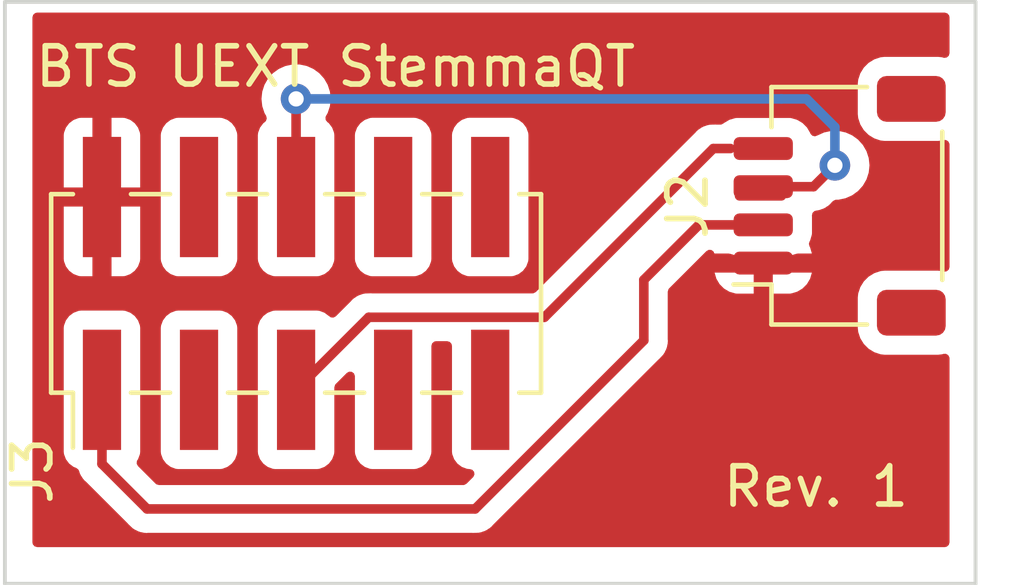
<source format=kicad_pcb>
(kicad_pcb (version 20221018) (generator pcbnew)
  (layers (0 "F.Cu" signal) (31 "B.Cu" signal) (34 "B.Paste" user) (35 "F.Paste" user) (36 "B.SilkS" user "B.Silkscreen") (37 "F.SilkS" user "F.Silkscreen") (38 "B.Mask" user) (39 "F.Mask" user) (44 "Edge.Cuts" user))
  (net 0 "")
  (net 1 "GND")
  (net 2 "+3V3")
  (net 3 "SDA")
  (net 4 "SCL")
  (footprint "Connector_PinHeader_2.54mm:PinHeader_2x05_P2.54mm_Vertical_SMD" (layer "F.Cu") (at 88.9 53.355 90)
    (fp_text reference "J3" (at -4.645 -6.9 90) (layer "F.SilkS"))
    (fp_text value "UEXT_Slave")
    (fp_line (start -4.04 -5.84) (end -2.6 -5.84) (stroke (width 0.12)) (layer "F.SilkS"))
    (fp_line (start -2.6 -6.41) (end -2.6 -5.84) (stroke (width 0.12)) (layer "F.SilkS"))
    (fp_line (start -2.6 -6.41) (end 2.6 -6.41) (stroke (width 0.12)) (layer "F.SilkS"))
    (fp_line (start -2.6 -4.32) (end -2.6 -3.3) (stroke (width 0.12)) (layer "F.SilkS"))
    (fp_line (start -2.6 -1.78) (end -2.6 -0.76) (stroke (width 0.12)) (layer "F.SilkS"))
    (fp_line (start -2.6 0.76) (end -2.6 1.78) (stroke (width 0.12)) (layer "F.SilkS"))
    (fp_line (start -2.6 3.3) (end -2.6 4.32) (stroke (width 0.12)) (layer "F.SilkS"))
    (fp_line (start -2.6 5.84) (end -2.6 6.41) (stroke (width 0.12)) (layer "F.SilkS"))
    (fp_line (start -2.6 6.41) (end 2.6 6.41) (stroke (width 0.12)) (layer "F.SilkS"))
    (fp_line (start 2.6 -6.41) (end 2.6 -5.84) (stroke (width 0.12)) (layer "F.SilkS"))
    (fp_line (start 2.6 -4.32) (end 2.6 -3.3) (stroke (width 0.12)) (layer "F.SilkS"))
    (fp_line (start 2.6 -1.78) (end 2.6 -0.76) (stroke (width 0.12)) (layer "F.SilkS"))
    (fp_line (start 2.6 0.76) (end 2.6 1.78) (stroke (width 0.12)) (layer "F.SilkS"))
    (fp_line (start 2.6 3.3) (end 2.6 4.32) (stroke (width 0.12)) (layer "F.SilkS"))
    (fp_line (start 2.6 5.84) (end 2.6 6.41) (stroke (width 0.12)) (layer "F.SilkS"))
    (pad "1" smd rect (at -2.525 -5.08 90) (size 3.15 1) (layers "F.Cu" "F.Paste" "F.Mask") (net 2 "+3V3"))
    (pad "2" smd rect (at 2.525 -5.08 90) (size 3.15 1) (layers "F.Cu" "F.Paste" "F.Mask") (net 1 "GND"))
    (pad "3" smd rect (at -2.525 -2.54 90) (size 3.15 1) (layers "F.Cu" "F.Paste" "F.Mask"))
    (pad "4" smd rect (at 2.525 -2.54 90) (size 3.15 1) (layers "F.Cu" "F.Paste" "F.Mask"))
    (pad "5" smd rect (at -2.525 0 90) (size 3.15 1) (layers "F.Cu" "F.Paste" "F.Mask") (net 4 "SCL"))
    (pad "6" smd rect (at 2.525 0 90) (size 3.15 1) (layers "F.Cu" "F.Paste" "F.Mask") (net 3 "SDA"))
    (pad "7" smd rect (at -2.525 2.54 90) (size 3.15 1) (layers "F.Cu" "F.Paste" "F.Mask"))
    (pad "8" smd rect (at 2.525 2.54 90) (size 3.15 1) (layers "F.Cu" "F.Paste" "F.Mask"))
    (pad "9" smd rect (at -2.525 5.08 90) (size 3.15 1) (layers "F.Cu" "F.Paste" "F.Mask"))
    (pad "10" smd rect (at 2.525 5.08 90) (size 3.15 1) (layers "F.Cu" "F.Paste" "F.Mask"))
  )
  (footprint "Connector_JST:JST_SH_SM04B-SRSS-TB_1x04-1MP_P1.00mm_Horizontal" (layer "F.Cu") (at 103.125 51.06 90)
    (fp_text reference "J2" (at 0 -3.98 90) (layer "F.SilkS"))
    (fp_text value "Conn_01x04")
    (fp_line (start -3.11 -1.785) (end -2.06 -1.785) (stroke (width 0.12)) (layer "F.SilkS"))
    (fp_line (start -3.11 0.715) (end -3.11 -1.785) (stroke (width 0.12)) (layer "F.SilkS"))
    (fp_line (start -2.06 -1.785) (end -2.06 -2.775) (stroke (width 0.12)) (layer "F.SilkS"))
    (fp_line (start -1.94 2.685) (end 1.94 2.685) (stroke (width 0.12)) (layer "F.SilkS"))
    (fp_line (start 3.11 -1.785) (end 2.06 -1.785) (stroke (width 0.12)) (layer "F.SilkS"))
    (fp_line (start 3.11 0.715) (end 3.11 -1.785) (stroke (width 0.12)) (layer "F.SilkS"))
    (pad "1" smd roundrect (at -1.5 -2 90) (size 0.6 1.55) (layers "F.Cu" "F.Paste" "F.Mask") (net 1 "GND"))
    (pad "2" smd roundrect (at -0.5 -2 90) (size 0.6 1.55) (layers "F.Cu" "F.Paste" "F.Mask") (net 2 "+3V3"))
    (pad "3" smd roundrect (at 0.5 -2 90) (size 0.6 1.55) (layers "F.Cu" "F.Paste" "F.Mask") (net 3 "SDA"))
    (pad "4" smd roundrect (at 1.5 -2 90) (size 0.6 1.55) (layers "F.Cu" "F.Paste" "F.Mask") (net 4 "SCL"))
    (pad "MP" smd roundrect (at -2.8 1.875 90) (size 1.2 1.8) (layers "F.Cu" "F.Paste" "F.Mask") (roundrect_rratio 0.2083333333))
    (pad "MP" smd roundrect (at 2.8 1.875 90) (size 1.2 1.8) (layers "F.Cu" "F.Paste" "F.Mask") (roundrect_rratio 0.2083333333))
  )
  (gr_line (start 106.68 45.72) (end 106.68 60.96) (stroke (width 0.1)) (layer "Edge.Cuts"))
  (gr_line (start 81.28 45.72) (end 106.68 45.72) (stroke (width 0.1)) (layer "Edge.Cuts"))
  (gr_line (start 106.68 60.96) (end 81.28 60.96) (stroke (width 0.1)) (layer "Edge.Cuts"))
  (gr_line (start 81.28 60.96) (end 81.28 45.72) (stroke (width 0.1)) (layer "Edge.Cuts"))
  (gr_text "Rev. 1" (at 100 59) (layer "F.SilkS") (effects (font (size 1 1)) (justify left bottom)))
  (gr_text "BTS UEXT StemmaQT" (at 82 48) (layer "F.SilkS") (effects (font (size 1 1)) (justify left bottom)))
  (segment (start 93.585 59) (end 98 54.585) (width 0.25) (layer "F.Cu") (net 2))
  (segment (start 98 54.585) (end 98 53) (width 0.25) (layer "F.Cu") (net 2))
  (segment (start 98 53) (end 99.44 51.56) (width 0.25) (layer "F.Cu") (net 2))
  (segment (start 85 59) (end 93.585 59) (width 0.25) (layer "F.Cu") (net 2))
  (segment (start 83.82 57.82) (end 85 59) (width 0.25) (layer "F.Cu") (net 2))
  (segment (start 101.125 51.56) (end 99.44 51.56) (width 0.25) (layer "F.Cu") (net 2))
  (segment (start 83.82 55.88) (end 83.82 57.82) (width 0.25) (layer "F.Cu") (net 2))
  (segment (start 88.9 50.83) (end 88.9 48.26) (width 0.25) (layer "F.Cu") (net 3))
  (segment (start 102.44 50.56) (end 101.125 50.56) (width 0.25) (layer "F.Cu") (net 3))
  (segment (start 103 50) (end 102.44 50.56) (width 0.25) (layer "F.Cu") (net 3))
  (segment (start 101.6 50.8) (end 100.505 50.8) (width 0.25) (layer "F.Cu") (net 3))
  (via (at 88.9 48.26) (size 0.8) (drill 0.4) (layers "F.Cu" "B.Cu") (net 3))
  (via (at 103 50) (size 0.8) (drill 0.4) (layers "F.Cu" "B.Cu") (net 3))
  (segment (start 88.9 48.26) (end 101.6 48.26) (width 0.25) (layer "B.Cu") (net 3))
  (segment (start 103 49) (end 103 50) (width 0.25) (layer "B.Cu") (net 3))
  (segment (start 101.6 48.26) (end 102.26 48.26) (width 0.25) (layer "B.Cu") (net 3))
  (segment (start 102.26 48.26) (end 103 49) (width 0.25) (layer "B.Cu") (net 3))
  (segment (start 99.818249 49.56) (end 100.265 49.56) (width 0.25) (layer "F.Cu") (net 4))
  (segment (start 90.8 53.98) (end 95.398249 53.98) (width 0.25) (layer "F.Cu") (net 4))
  (segment (start 95.398249 53.98) (end 99.818249 49.56) (width 0.25) (layer "F.Cu") (net 4))
  (segment (start 88.9 55.88) (end 90.8 53.98) (width 0.25) (layer "F.Cu") (net 4))
  (zone (net 1) (net_name "GND") (layer "F.Cu") (connect_pads (clearance 0.5)) (min_thickness 0.25) (fill yes (thermal_gap 0.5) (thermal_bridge_width 0.5))
    (polygon (pts (xy 82 46) (xy 106 46) (xy 106 60) (xy 82 60)))
  )
)
</source>
